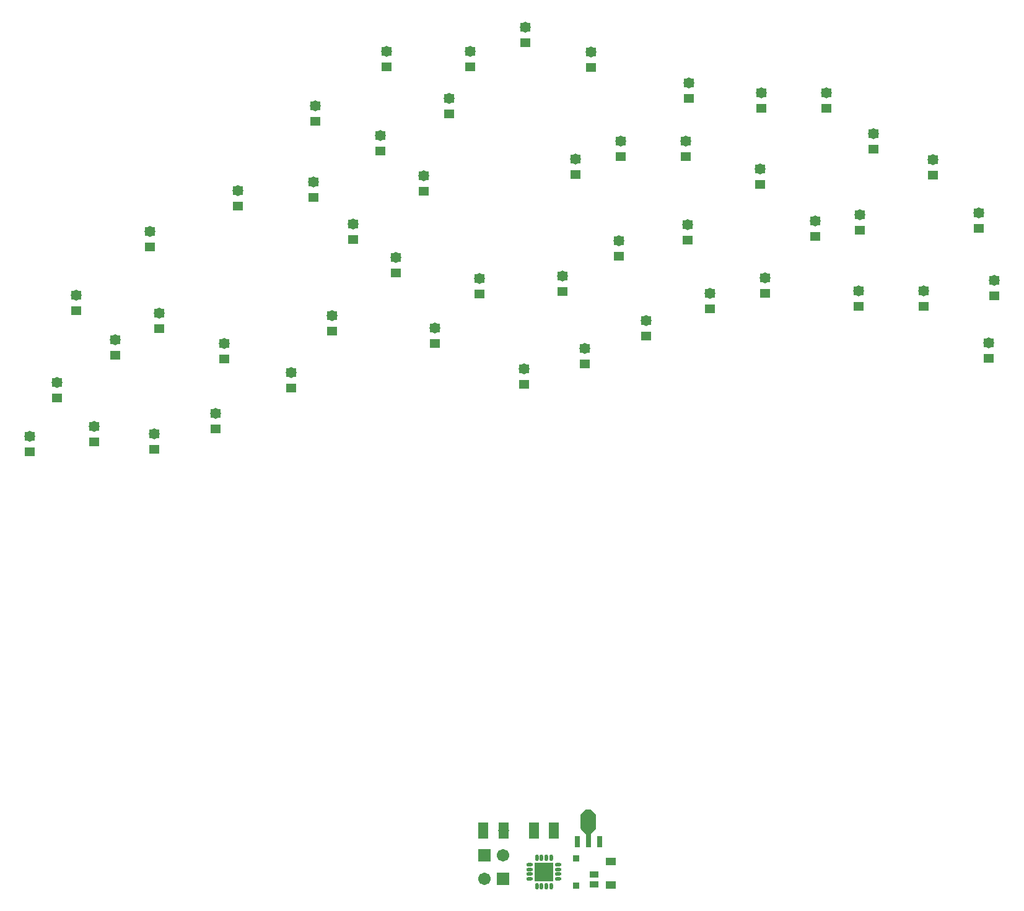
<source format=gbr>
%TF.GenerationSoftware,Altium Limited,Altium Designer,20.0.14 (345)*%
G04 Layer_Color=8388736*
%FSLAX45Y45*%
%MOMM*%
%TF.FileFunction,Soldermask,Top*%
%TF.Part,Single*%
G01*
G75*
%TA.AperFunction,ComponentPad*%
%ADD27R,1.70320X1.70320*%
%ADD28C,1.70320*%
%TA.AperFunction,ViaPad*%
%ADD29C,1.47320*%
%ADD30C,0.70320*%
%TA.AperFunction,SMDPad,CuDef*%
%ADD34R,0.95320X0.85320*%
%ADD35R,1.45320X2.20320*%
%ADD36R,1.35320X1.05320*%
%ADD37R,1.20320X0.90320*%
%ADD38R,0.80320X1.60320*%
%ADD39R,0.80320X2.00320*%
%ADD40R,2.60320X2.60320*%
%ADD41O,0.50320X0.90320*%
%ADD42O,0.90320X0.50320*%
%ADD43R,1.40320X1.30320*%
G36*
X10866829Y5977295D02*
X10868135Y5977035D01*
X10869397Y5976607D01*
X10870591Y5976018D01*
X10871698Y5975278D01*
X10872700Y5974400D01*
X10937700Y5909400D01*
X10938578Y5908398D01*
X10939318Y5907291D01*
X10939907Y5906097D01*
X10940335Y5904835D01*
X10940595Y5903529D01*
X10940682Y5902200D01*
Y5712200D01*
X10940595Y5710871D01*
X10940335Y5709565D01*
X10939907Y5708303D01*
X10939318Y5707109D01*
X10938578Y5706002D01*
X10937700Y5705000D01*
X10872700Y5640000D01*
X10871698Y5639122D01*
X10870591Y5638382D01*
X10869397Y5637793D01*
X10868135Y5637365D01*
X10866829Y5637105D01*
X10865500Y5637018D01*
X10805500D01*
X10804171Y5637105D01*
X10802865Y5637365D01*
X10801603Y5637793D01*
X10800409Y5638382D01*
X10799302Y5639122D01*
X10798300Y5640000D01*
X10733300Y5705000D01*
X10732422Y5706002D01*
X10731682Y5707109D01*
X10731093Y5708303D01*
X10730665Y5709565D01*
X10730405Y5710871D01*
X10730318Y5712200D01*
Y5902200D01*
X10730405Y5903529D01*
X10730665Y5904835D01*
X10731093Y5906097D01*
X10731682Y5907291D01*
X10732422Y5908398D01*
X10733300Y5909400D01*
X10798300Y5974400D01*
X10799302Y5975278D01*
X10800409Y5976018D01*
X10801603Y5976607D01*
X10802865Y5977035D01*
X10804171Y5977295D01*
X10805500Y5977382D01*
X10865500D01*
X10866829Y5977295D01*
D02*
G37*
D27*
X9410700Y5346700D02*
D03*
X9664700Y5029200D02*
D03*
D28*
Y5346700D02*
D03*
X9410700Y5029200D02*
D03*
D29*
X9969500Y16678500D02*
D03*
X10871200Y16335600D02*
D03*
X10655300Y14875101D02*
D03*
X11277600Y15116400D02*
D03*
X12204700Y15916499D02*
D03*
X13195300Y15776801D02*
D03*
X14084300D02*
D03*
X12166600Y15116400D02*
D03*
X13182600Y14735400D02*
D03*
X13931900Y14024200D02*
D03*
X14732001Y15217999D02*
D03*
X14541499Y14113100D02*
D03*
X15544800Y14862399D02*
D03*
X16167101Y14138499D02*
D03*
X14528799Y13071700D02*
D03*
X15417799D02*
D03*
X16383000Y13211400D02*
D03*
X16306799Y12360500D02*
D03*
X12192000Y13973399D02*
D03*
X13246100Y13249500D02*
D03*
X12496800Y13033600D02*
D03*
X11252200Y13757500D02*
D03*
X11620500Y12665300D02*
D03*
X10477500Y13274899D02*
D03*
X10782300Y12284300D02*
D03*
X9956800Y12004900D02*
D03*
X9347200Y13236800D02*
D03*
X8586300Y14646500D02*
D03*
X8928100Y15700600D02*
D03*
X8077200Y16348300D02*
D03*
X7988300Y15192599D02*
D03*
X8205300Y13528900D02*
D03*
X7620000Y13982700D02*
D03*
X7075000Y14557600D02*
D03*
X7099300Y15599001D02*
D03*
X8737600Y12563700D02*
D03*
X7329000Y12728800D02*
D03*
X6769100Y11954100D02*
D03*
X5740400Y11395300D02*
D03*
X4902200Y11115900D02*
D03*
X4076700Y11217500D02*
D03*
X3200400Y11077800D02*
D03*
X3568700Y11814400D02*
D03*
X5854700Y12347800D02*
D03*
X4965700Y12766900D02*
D03*
X4368800Y12398600D02*
D03*
X3835400Y13008200D02*
D03*
X9220200Y16348300D02*
D03*
X4838700Y13884500D02*
D03*
X9675200Y5689600D02*
D03*
X6045200Y14443300D02*
D03*
D30*
X10284100Y5067600D02*
D03*
X10174100D02*
D03*
X10284100Y5177600D02*
D03*
X10174100D02*
D03*
D34*
X10668000Y4933100D02*
D03*
Y5303100D02*
D03*
D35*
X9400200Y5689600D02*
D03*
X9675200D02*
D03*
X10088200D02*
D03*
X10363200D02*
D03*
D36*
X11137900Y4945400D02*
D03*
Y5265400D02*
D03*
D37*
X10909300Y5086500D02*
D03*
Y4946500D02*
D03*
D38*
X10985500Y5537200D02*
D03*
X10685500D02*
D03*
D39*
X10835500Y5557200D02*
D03*
D40*
X10229100Y5122600D02*
D03*
D41*
X10131600Y5317600D02*
D03*
X10196600D02*
D03*
X10261600D02*
D03*
X10326600D02*
D03*
Y4927600D02*
D03*
X10261600D02*
D03*
X10196600D02*
D03*
X10131600D02*
D03*
D42*
X10424100Y5220100D02*
D03*
Y5155100D02*
D03*
Y5090100D02*
D03*
Y5025100D02*
D03*
X10034100D02*
D03*
Y5090100D02*
D03*
Y5155100D02*
D03*
Y5220100D02*
D03*
D43*
X9956800Y12004900D02*
D03*
Y11794900D02*
D03*
X8737600Y12563700D02*
D03*
Y12353700D02*
D03*
X7329000Y12728800D02*
D03*
Y12518800D02*
D03*
X8586300Y14646500D02*
D03*
Y14436501D02*
D03*
X7988300Y15192599D02*
D03*
Y14982600D02*
D03*
X7075000Y14557600D02*
D03*
Y14347600D02*
D03*
X9347200Y13236800D02*
D03*
Y13026801D02*
D03*
X8205300Y13528900D02*
D03*
Y13318900D02*
D03*
X7620000Y13982700D02*
D03*
Y13772701D02*
D03*
X8928100Y15700600D02*
D03*
Y15490601D02*
D03*
X8077200Y16348300D02*
D03*
Y16138300D02*
D03*
X7099300Y15599001D02*
D03*
Y15389000D02*
D03*
X6769100Y11954100D02*
D03*
Y11744100D02*
D03*
X6045200Y14443300D02*
D03*
Y14233299D02*
D03*
X5740400Y11395300D02*
D03*
Y11185300D02*
D03*
X5854700Y12347800D02*
D03*
Y12137800D02*
D03*
X4902200Y11115900D02*
D03*
Y10905900D02*
D03*
X4838700Y13884500D02*
D03*
Y13674500D02*
D03*
X9220200Y16348300D02*
D03*
Y16138300D02*
D03*
X4076700Y11217500D02*
D03*
Y11007500D02*
D03*
X4965700Y12766900D02*
D03*
Y12556900D02*
D03*
X4368800Y12398600D02*
D03*
Y12188600D02*
D03*
X3835400Y13008200D02*
D03*
Y12798200D02*
D03*
X16306799Y12360500D02*
D03*
Y12150500D02*
D03*
X15417799Y13071700D02*
D03*
Y12861700D02*
D03*
X14528799Y13071700D02*
D03*
Y12861700D02*
D03*
X14732001Y15217999D02*
D03*
Y15008000D02*
D03*
X13182600Y14735400D02*
D03*
Y14525400D02*
D03*
X13246100Y13249500D02*
D03*
Y13039500D02*
D03*
X16383000Y13211400D02*
D03*
Y13001401D02*
D03*
X16167101Y14138499D02*
D03*
Y13928500D02*
D03*
X15544800Y14862399D02*
D03*
Y14652400D02*
D03*
X14541499Y14113100D02*
D03*
Y13903101D02*
D03*
X14084300Y15776801D02*
D03*
Y15566800D02*
D03*
X13195300Y15776801D02*
D03*
Y15566800D02*
D03*
X13931900Y14024200D02*
D03*
Y13814200D02*
D03*
X12496800Y13033600D02*
D03*
Y12823599D02*
D03*
X11620500Y12665300D02*
D03*
Y12455300D02*
D03*
X10782300Y12284300D02*
D03*
Y12074300D02*
D03*
X12166600Y15116400D02*
D03*
Y14906400D02*
D03*
X11277600Y15116400D02*
D03*
Y14906400D02*
D03*
X10655300Y14875101D02*
D03*
Y14665100D02*
D03*
X12192000Y13973399D02*
D03*
Y13763400D02*
D03*
X11252200Y13757500D02*
D03*
Y13547501D02*
D03*
X10477500Y13274899D02*
D03*
Y13064900D02*
D03*
X12204700Y15916499D02*
D03*
Y15706500D02*
D03*
X10871200Y16335600D02*
D03*
Y16125600D02*
D03*
X9969500Y16678500D02*
D03*
Y16468500D02*
D03*
X3200400Y11077800D02*
D03*
Y10867800D02*
D03*
X3568700Y11814400D02*
D03*
Y11604400D02*
D03*
%TF.MD5,a2cca18d12c40eb53cf45f0c9d335a9a*%
M02*

</source>
